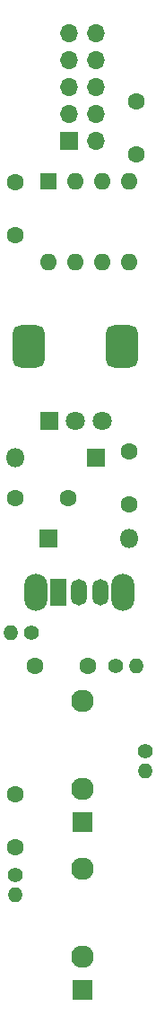
<source format=gbr>
%TF.GenerationSoftware,KiCad,Pcbnew,(6.0.4-0)*%
%TF.CreationDate,2022-12-20T07:59:27-08:00*%
%TF.ProjectId,slutch,736c7574-6368-42e6-9b69-6361645f7063,rev?*%
%TF.SameCoordinates,Original*%
%TF.FileFunction,Soldermask,Bot*%
%TF.FilePolarity,Negative*%
%FSLAX46Y46*%
G04 Gerber Fmt 4.6, Leading zero omitted, Abs format (unit mm)*
G04 Created by KiCad (PCBNEW (6.0.4-0)) date 2022-12-20 07:59:27*
%MOMM*%
%LPD*%
G01*
G04 APERTURE LIST*
G04 Aperture macros list*
%AMRoundRect*
0 Rectangle with rounded corners*
0 $1 Rounding radius*
0 $2 $3 $4 $5 $6 $7 $8 $9 X,Y pos of 4 corners*
0 Add a 4 corners polygon primitive as box body*
4,1,4,$2,$3,$4,$5,$6,$7,$8,$9,$2,$3,0*
0 Add four circle primitives for the rounded corners*
1,1,$1+$1,$2,$3*
1,1,$1+$1,$4,$5*
1,1,$1+$1,$6,$7*
1,1,$1+$1,$8,$9*
0 Add four rect primitives between the rounded corners*
20,1,$1+$1,$2,$3,$4,$5,0*
20,1,$1+$1,$4,$5,$6,$7,0*
20,1,$1+$1,$6,$7,$8,$9,0*
20,1,$1+$1,$8,$9,$2,$3,0*%
G04 Aperture macros list end*
%ADD10C,1.400000*%
%ADD11O,1.400000X1.400000*%
%ADD12R,1.930000X1.830000*%
%ADD13C,2.130000*%
%ADD14R,1.800000X1.800000*%
%ADD15C,1.800000*%
%ADD16RoundRect,0.750000X0.750000X-1.250000X0.750000X1.250000X-0.750000X1.250000X-0.750000X-1.250000X0*%
%ADD17O,2.200000X3.500000*%
%ADD18R,1.500000X2.500000*%
%ADD19O,1.500000X2.500000*%
%ADD20C,1.600000*%
%ADD21O,1.800000X1.800000*%
%ADD22R,1.600000X1.600000*%
%ADD23O,1.600000X1.600000*%
%ADD24R,1.700000X1.700000*%
%ADD25O,1.700000X1.700000*%
G04 APERTURE END LIST*
D10*
%TO.C,R5*%
X192000000Y-102000000D03*
D11*
X192000000Y-103900000D03*
%TD*%
D12*
%TO.C,J3*%
X186055000Y-124525000D03*
D13*
X186055000Y-113125000D03*
X186055000Y-121425000D03*
%TD*%
D14*
%TO.C,R2*%
X182920000Y-70820000D03*
D15*
X185420000Y-70820000D03*
X187920000Y-70820000D03*
D16*
X189820000Y-63820000D03*
X181020000Y-63820000D03*
%TD*%
D17*
%TO.C,SW1*%
X189865000Y-86995000D03*
X181665000Y-86995000D03*
D18*
X183765000Y-86995000D03*
D19*
X185765000Y-86995000D03*
X187765000Y-86995000D03*
%TD*%
D12*
%TO.C,J1*%
X186055000Y-108650000D03*
D13*
X186055000Y-97250000D03*
X186055000Y-105550000D03*
%TD*%
D20*
%TO.C,C1*%
X181610000Y-93980000D03*
X186610000Y-93980000D03*
%TD*%
D10*
%TO.C,R4*%
X179705000Y-113665000D03*
D11*
X179705000Y-115565000D03*
%TD*%
D14*
%TO.C,1n34a1*%
X187325000Y-74295000D03*
D21*
X179705000Y-74295000D03*
%TD*%
D14*
%TO.C,D1*%
X182880000Y-81915000D03*
D21*
X190500000Y-81915000D03*
%TD*%
D10*
%TO.C,R3*%
X181245000Y-90805000D03*
D11*
X179345000Y-90805000D03*
%TD*%
D10*
%TO.C,R1*%
X189230000Y-93980000D03*
D11*
X191130000Y-93980000D03*
%TD*%
D20*
%TO.C,C4*%
X190500000Y-73700000D03*
X190500000Y-78700000D03*
%TD*%
%TO.C,C2*%
X179705000Y-48300000D03*
X179705000Y-53300000D03*
%TD*%
%TO.C,C6*%
X179705000Y-106085000D03*
X179705000Y-111085000D03*
%TD*%
%TO.C,C3*%
X191135000Y-40680000D03*
X191135000Y-45680000D03*
%TD*%
D22*
%TO.C,U1*%
X182890000Y-48270000D03*
D23*
X185430000Y-48270000D03*
X187970000Y-48270000D03*
X190510000Y-48270000D03*
X190510000Y-55890000D03*
X187970000Y-55890000D03*
X185430000Y-55890000D03*
X182890000Y-55890000D03*
%TD*%
D20*
%TO.C,C5*%
X184745000Y-78105000D03*
X179745000Y-78105000D03*
%TD*%
D24*
%TO.C,J2*%
X184780000Y-44445000D03*
D25*
X187320000Y-44445000D03*
X184780000Y-41905000D03*
X187320000Y-41905000D03*
X184780000Y-39365000D03*
X187320000Y-39365000D03*
X184780000Y-36825000D03*
X187320000Y-36825000D03*
X184780000Y-34285000D03*
X187320000Y-34285000D03*
%TD*%
M02*

</source>
